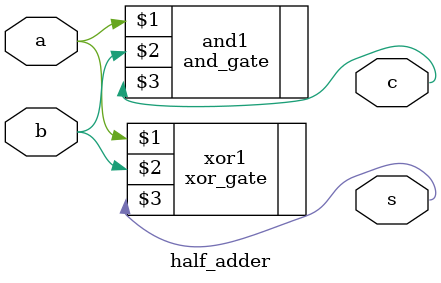
<source format=v>
module half_adder(a,b,s,c);
	input a,b;
	output s,c;
	
	xor_gate xor1(a,b,s);
	and_gate and1(a,b,c);
endmodule


</source>
